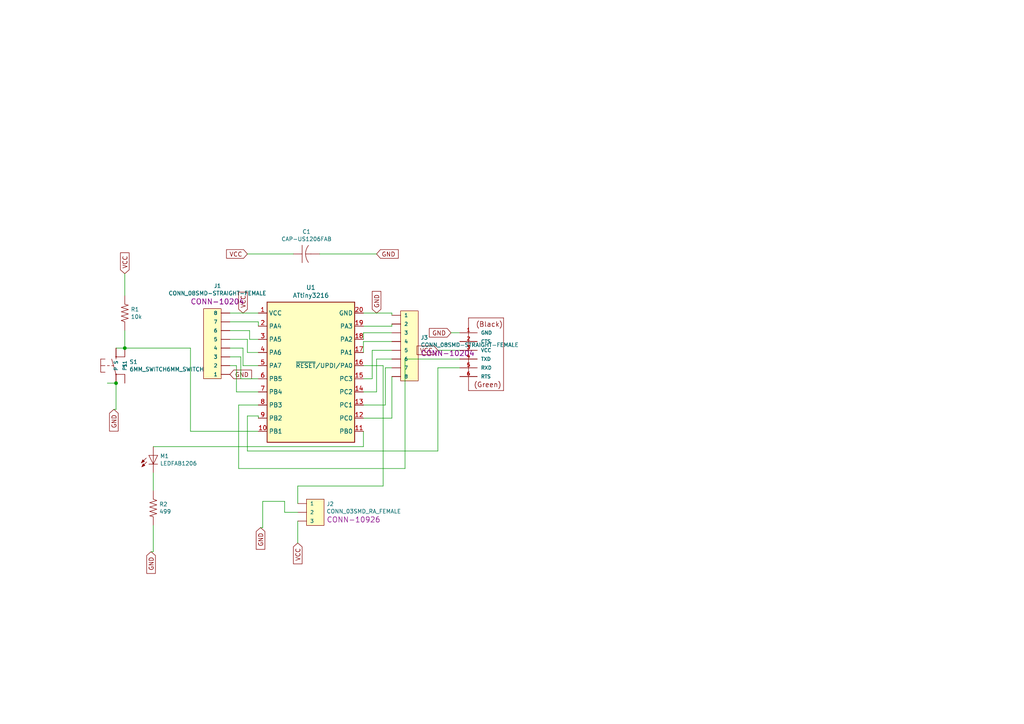
<source format=kicad_sch>
(kicad_sch (version 20211123) (generator eeschema)

  (uuid c70d9ef3-bfeb-47e0-a1e1-9aeba3da7864)

  (paper "A4")

  (lib_symbols
    (symbol "SparkFun-Connectors:CONN_03SMD_RA_FEMALE" (pin_numbers hide) (pin_names (offset 1.016)) (in_bom yes) (on_board yes)
      (property "Reference" "J" (id 0) (at -5.08 7.62 0)
        (effects (font (size 1.143 1.143)) (justify left bottom))
      )
      (property "Value" "SparkFun-Connectors_CONN_03SMD_RA_FEMALE" (id 1) (at -5.08 -3.81 0)
        (effects (font (size 1.143 1.143)) (justify left bottom))
      )
      (property "Footprint" "1X03_SMD_RA_FEMALE" (id 2) (at 0 10.16 0)
        (effects (font (size 0.508 0.508)) hide)
      )
      (property "Datasheet" "" (id 3) (at 0 0 0)
        (effects (font (size 1.27 1.27)) hide)
      )
      (property "Field4" "CONN-10926" (id 4) (at 0 11.43 0)
        (effects (font (size 1.524 1.524)))
      )
      (property "ki_locked" "" (id 5) (at 0 0 0)
        (effects (font (size 1.27 1.27)))
      )
      (property "ki_fp_filters" "*1X03_SMD_RA_FEMALE*" (id 6) (at 0 0 0)
        (effects (font (size 1.27 1.27)) hide)
      )
      (symbol "CONN_03SMD_RA_FEMALE_0_1"
        (rectangle (start 0 -1.27) (end -5.08 6.35)
          (stroke (width 0) (type default) (color 0 0 0 0))
          (fill (type background))
        )
      )
      (symbol "CONN_03SMD_RA_FEMALE_1_1"
        (pin passive line (at 2.54 0 180) (length 2.54)
          (name "1" (effects (font (size 1.016 1.016))))
          (number "1" (effects (font (size 1.016 1.016))))
        )
        (pin passive line (at 2.54 2.54 180) (length 2.54)
          (name "2" (effects (font (size 1.016 1.016))))
          (number "2" (effects (font (size 1.016 1.016))))
        )
        (pin passive line (at 2.54 5.08 180) (length 2.54)
          (name "3" (effects (font (size 1.016 1.016))))
          (number "3" (effects (font (size 1.016 1.016))))
        )
      )
    )
    (symbol "SparkFun-Connectors:CONN_08SMD-STRAIGHT-FEMALE" (pin_numbers hide) (pin_names (offset 1.016)) (in_bom yes) (on_board yes)
      (property "Reference" "J" (id 0) (at -5.08 20.32 0)
        (effects (font (size 1.143 1.143)) (justify left bottom))
      )
      (property "Value" "SparkFun-Connectors_CONN_08SMD-STRAIGHT-FEMALE" (id 1) (at -5.08 -3.81 0)
        (effects (font (size 1.143 1.143)) (justify left bottom))
      )
      (property "Footprint" "1X08_SMD" (id 2) (at 0 22.86 0)
        (effects (font (size 0.508 0.508)) hide)
      )
      (property "Datasheet" "" (id 3) (at 0 0 0)
        (effects (font (size 1.27 1.27)) hide)
      )
      (property "Field4" "CONN-10204" (id 4) (at 0 24.13 0)
        (effects (font (size 1.524 1.524)))
      )
      (property "ki_locked" "" (id 5) (at 0 0 0)
        (effects (font (size 1.27 1.27)))
      )
      (property "ki_fp_filters" "*1X08_SMD*" (id 6) (at 0 0 0)
        (effects (font (size 1.27 1.27)) hide)
      )
      (symbol "CONN_08SMD-STRAIGHT-FEMALE_0_1"
        (rectangle (start 0 -1.27) (end -5.08 19.05)
          (stroke (width 0) (type default) (color 0 0 0 0))
          (fill (type background))
        )
      )
      (symbol "CONN_08SMD-STRAIGHT-FEMALE_1_1"
        (pin passive line (at 2.54 0 180) (length 2.54)
          (name "1" (effects (font (size 1.016 1.016))))
          (number "1" (effects (font (size 1.016 1.016))))
        )
        (pin passive line (at 2.54 2.54 180) (length 2.54)
          (name "2" (effects (font (size 1.016 1.016))))
          (number "2" (effects (font (size 1.016 1.016))))
        )
        (pin passive line (at 2.54 5.08 180) (length 2.54)
          (name "3" (effects (font (size 1.016 1.016))))
          (number "3" (effects (font (size 1.016 1.016))))
        )
        (pin passive line (at 2.54 7.62 180) (length 2.54)
          (name "4" (effects (font (size 1.016 1.016))))
          (number "4" (effects (font (size 1.016 1.016))))
        )
        (pin passive line (at 2.54 10.16 180) (length 2.54)
          (name "5" (effects (font (size 1.016 1.016))))
          (number "5" (effects (font (size 1.016 1.016))))
        )
        (pin passive line (at 2.54 12.7 180) (length 2.54)
          (name "6" (effects (font (size 1.016 1.016))))
          (number "6" (effects (font (size 1.016 1.016))))
        )
        (pin passive line (at 2.54 15.24 180) (length 2.54)
          (name "7" (effects (font (size 1.016 1.016))))
          (number "7" (effects (font (size 1.016 1.016))))
        )
        (pin passive line (at 2.54 17.78 180) (length 2.54)
          (name "8" (effects (font (size 1.016 1.016))))
          (number "8" (effects (font (size 1.016 1.016))))
        )
      )
    )
    (symbol "fab:6MM_SWITCH6MM_SWITCH" (pin_numbers hide) (pin_names (offset 1.016)) (in_bom yes) (on_board yes)
      (property "Reference" "S" (id 0) (at -7.239 -2.54 90)
        (effects (font (size 1.143 1.143)) (justify left bottom))
      )
      (property "Value" "fab_6MM_SWITCH6MM_SWITCH" (id 1) (at -4.699 3.175 90)
        (effects (font (size 1.143 1.143)) (justify left bottom))
      )
      (property "Footprint" "fab:fab-6MM_SWITCH" (id 2) (at 0.762 3.81 0)
        (effects (font (size 0.508 0.508)) hide)
      )
      (property "Datasheet" "" (id 3) (at 0 0 0)
        (effects (font (size 1.27 1.27)) hide)
      )
      (property "ki_locked" "" (id 4) (at 0 0 0)
        (effects (font (size 1.27 1.27)))
      )
      (property "ki_fp_filters" "*6MM_SWITCH*" (id 5) (at 0 0 0)
        (effects (font (size 1.27 1.27)) hide)
      )
      (symbol "6MM_SWITCH6MM_SWITCH_1_0"
        (polyline
          (pts
            (xy -4.445 -1.905)
            (xy -3.175 -1.905)
          )
          (stroke (width 0) (type default) (color 0 0 0 0))
          (fill (type none))
        )
        (polyline
          (pts
            (xy -4.445 0)
            (xy -4.445 -1.905)
          )
          (stroke (width 0) (type default) (color 0 0 0 0))
          (fill (type none))
        )
        (polyline
          (pts
            (xy -4.445 0)
            (xy -3.175 0)
          )
          (stroke (width 0) (type default) (color 0 0 0 0))
          (fill (type none))
        )
        (polyline
          (pts
            (xy -4.445 1.905)
            (xy -4.445 0)
          )
          (stroke (width 0) (type default) (color 0 0 0 0))
          (fill (type none))
        )
        (polyline
          (pts
            (xy -4.445 1.905)
            (xy -3.175 1.905)
          )
          (stroke (width 0) (type default) (color 0 0 0 0))
          (fill (type none))
        )
        (polyline
          (pts
            (xy -2.54 0)
            (xy -1.905 0)
          )
          (stroke (width 0) (type default) (color 0 0 0 0))
          (fill (type none))
        )
        (polyline
          (pts
            (xy -1.27 0)
            (xy -0.635 0)
          )
          (stroke (width 0) (type default) (color 0 0 0 0))
          (fill (type none))
        )
        (polyline
          (pts
            (xy 0 -2.54)
            (xy -1.27 1.905)
          )
          (stroke (width 0) (type default) (color 0 0 0 0))
          (fill (type none))
        )
        (polyline
          (pts
            (xy 0 1.905)
            (xy 0 2.54)
          )
          (stroke (width 0) (type default) (color 0 0 0 0))
          (fill (type none))
        )
        (polyline
          (pts
            (xy 2.54 -2.54)
            (xy 0 -2.54)
          )
          (stroke (width 0) (type default) (color 0 0 0 0))
          (fill (type none))
        )
        (polyline
          (pts
            (xy 2.54 2.54)
            (xy 0 2.54)
          )
          (stroke (width 0) (type default) (color 0 0 0 0))
          (fill (type none))
        )
      )
      (symbol "6MM_SWITCH6MM_SWITCH_1_1"
        (circle (center 0 -2.54) (radius 0.127)
          (stroke (width 0) (type default) (color 0 0 0 0))
          (fill (type outline))
        )
        (circle (center 0 2.54) (radius 0.127)
          (stroke (width 0) (type default) (color 0 0 0 0))
          (fill (type outline))
        )
        (pin passive line (at 0 -5.08 90) (length 2.54)
          (name "P" (effects (font (size 1.016 1.016))))
          (number "1" (effects (font (size 1.016 1.016))))
        )
        (pin passive line (at 2.54 -5.08 90) (length 2.54)
          (name "P1" (effects (font (size 1.016 1.016))))
          (number "2" (effects (font (size 1.016 1.016))))
        )
        (pin passive line (at 0 5.08 270) (length 2.54)
          (name "S" (effects (font (size 1.016 1.016))))
          (number "3" (effects (font (size 1.016 1.016))))
        )
        (pin passive line (at 2.54 5.08 270) (length 2.54)
          (name "S1" (effects (font (size 1.016 1.016))))
          (number "4" (effects (font (size 1.016 1.016))))
        )
      )
    )
    (symbol "fab:ATtiny3216" (in_bom yes) (on_board yes)
      (property "Reference" "U" (id 0) (at 0 22.225 0)
        (effects (font (size 1.27 1.27)) (justify bottom))
      )
      (property "Value" "fab_ATtiny3216" (id 1) (at 0 -22.225 0)
        (effects (font (size 1.27 1.27)) (justify top))
      )
      (property "Footprint" "fab:fab-SOIC-20_7.5x12.8mm_P1.27mm" (id 2) (at 0 0 0)
        (effects (font (size 1.27 1.27) italic) hide)
      )
      (property "Datasheet" "" (id 3) (at 0 0 0)
        (effects (font (size 1.27 1.27)) hide)
      )
      (property "ki_fp_filters" "SOIC*7.5x12.8mm*P1.27mm*" (id 4) (at 0 0 0)
        (effects (font (size 1.27 1.27)) hide)
      )
      (symbol "ATtiny3216_0_1"
        (rectangle (start -12.7 -20.32) (end 12.7 20.32)
          (stroke (width 0.254) (type default) (color 0 0 0 0))
          (fill (type background))
        )
      )
      (symbol "ATtiny3216_1_1"
        (pin power_in line (at -15.24 17.145 0) (length 2.54)
          (name "VCC" (effects (font (size 1.27 1.27))))
          (number "1" (effects (font (size 1.27 1.27))))
        )
        (pin bidirectional line (at -15.24 -17.145 0) (length 2.54)
          (name "PB1" (effects (font (size 1.27 1.27))))
          (number "10" (effects (font (size 1.27 1.27))))
        )
        (pin bidirectional line (at 15.24 -17.145 180) (length 2.54)
          (name "PB0" (effects (font (size 1.27 1.27))))
          (number "11" (effects (font (size 1.27 1.27))))
        )
        (pin bidirectional line (at 15.24 -13.335 180) (length 2.54)
          (name "PC0" (effects (font (size 1.27 1.27))))
          (number "12" (effects (font (size 1.27 1.27))))
        )
        (pin bidirectional line (at 15.24 -9.525 180) (length 2.54)
          (name "PC1" (effects (font (size 1.27 1.27))))
          (number "13" (effects (font (size 1.27 1.27))))
        )
        (pin bidirectional line (at 15.24 -5.715 180) (length 2.54)
          (name "PC2" (effects (font (size 1.27 1.27))))
          (number "14" (effects (font (size 1.27 1.27))))
        )
        (pin bidirectional line (at 15.24 -1.905 180) (length 2.54)
          (name "PC3" (effects (font (size 1.27 1.27))))
          (number "15" (effects (font (size 1.27 1.27))))
        )
        (pin bidirectional line (at 15.24 1.905 180) (length 2.54)
          (name "~{RESET}/UPDI/PA0" (effects (font (size 1.27 1.27))))
          (number "16" (effects (font (size 1.27 1.27))))
        )
        (pin bidirectional line (at 15.24 5.715 180) (length 2.54)
          (name "PA1" (effects (font (size 1.27 1.27))))
          (number "17" (effects (font (size 1.27 1.27))))
        )
        (pin bidirectional line (at 15.24 9.525 180) (length 2.54)
          (name "PA2" (effects (font (size 1.27 1.27))))
          (number "18" (effects (font (size 1.27 1.27))))
        )
        (pin bidirectional line (at 15.24 13.335 180) (length 2.54)
          (name "PA3" (effects (font (size 1.27 1.27))))
          (number "19" (effects (font (size 1.27 1.27))))
        )
        (pin bidirectional line (at -15.24 13.335 0) (length 2.54)
          (name "PA4" (effects (font (size 1.27 1.27))))
          (number "2" (effects (font (size 1.27 1.27))))
        )
        (pin power_in line (at 15.24 17.145 180) (length 2.54)
          (name "GND" (effects (font (size 1.27 1.27))))
          (number "20" (effects (font (size 1.27 1.27))))
        )
        (pin bidirectional line (at -15.24 9.525 0) (length 2.54)
          (name "PA5" (effects (font (size 1.27 1.27))))
          (number "3" (effects (font (size 1.27 1.27))))
        )
        (pin bidirectional line (at -15.24 5.715 0) (length 2.54)
          (name "PA6" (effects (font (size 1.27 1.27))))
          (number "4" (effects (font (size 1.27 1.27))))
        )
        (pin bidirectional line (at -15.24 1.905 0) (length 2.54)
          (name "PA7" (effects (font (size 1.27 1.27))))
          (number "5" (effects (font (size 1.27 1.27))))
        )
        (pin bidirectional line (at -15.24 -1.905 0) (length 2.54)
          (name "PB5" (effects (font (size 1.27 1.27))))
          (number "6" (effects (font (size 1.27 1.27))))
        )
        (pin bidirectional line (at -15.24 -5.715 0) (length 2.54)
          (name "PB4" (effects (font (size 1.27 1.27))))
          (number "7" (effects (font (size 1.27 1.27))))
        )
        (pin bidirectional line (at -15.24 -9.525 0) (length 2.54)
          (name "PB3" (effects (font (size 1.27 1.27))))
          (number "8" (effects (font (size 1.27 1.27))))
        )
        (pin bidirectional line (at -15.24 -13.335 0) (length 2.54)
          (name "PB2" (effects (font (size 1.27 1.27))))
          (number "9" (effects (font (size 1.27 1.27))))
        )
      )
    )
    (symbol "fab:CAP-US1206FAB" (pin_numbers hide) (pin_names (offset 1.016) hide) (in_bom yes) (on_board yes)
      (property "Reference" "C" (id 0) (at -1.27 3.175 0)
        (effects (font (size 1.143 1.143)) (justify left bottom))
      )
      (property "Value" "fab_CAP-US1206FAB" (id 1) (at -1.27 -5.08 0)
        (effects (font (size 1.143 1.143)) (justify left bottom))
      )
      (property "Footprint" "fab:fab-C1206FAB" (id 2) (at 0.762 3.81 0)
        (effects (font (size 0.508 0.508)) hide)
      )
      (property "Datasheet" "" (id 3) (at 0 0 0)
        (effects (font (size 1.27 1.27)) hide)
      )
      (property "ki_locked" "" (id 4) (at 0 0 0)
        (effects (font (size 1.27 1.27)))
      )
      (property "ki_fp_filters" "*C1206FAB*" (id 5) (at 0 0 0)
        (effects (font (size 1.27 1.27)) hide)
      )
      (symbol "CAP-US1206FAB_1_0"
        (polyline
          (pts
            (xy 0 -2.54)
            (xy 0 2.54)
          )
          (stroke (width 0) (type default) (color 0 0 0 0))
          (fill (type none))
        )
        (polyline
          (pts
            (xy 1.016 0)
            (xy 2.54 0)
          )
          (stroke (width 0) (type default) (color 0 0 0 0))
          (fill (type none))
        )
      )
      (symbol "CAP-US1206FAB_1_1"
        (arc (start 1.016 0) (mid 1.2278 -1.2947) (end 1.8288 -2.4638)
          (stroke (width 0) (type default) (color 0 0 0 0))
          (fill (type none))
        )
        (arc (start 1.8542 2.4892) (mid 1.2157 1.3167) (end 0.9906 0)
          (stroke (width 0) (type default) (color 0 0 0 0))
          (fill (type none))
        )
        (pin passive line (at -2.54 0 0) (length 2.54)
          (name "1" (effects (font (size 1.016 1.016))))
          (number "1" (effects (font (size 1.016 1.016))))
        )
        (pin passive line (at 5.08 0 180) (length 2.54)
          (name "2" (effects (font (size 1.016 1.016))))
          (number "2" (effects (font (size 1.016 1.016))))
        )
      )
    )
    (symbol "fab:FTDI-SMD-HEADER" (pin_names (offset 1.016)) (in_bom yes) (on_board yes)
      (property "Reference" "M" (id 0) (at 0 0 0)
        (effects (font (size 1.143 1.143)) hide)
      )
      (property "Value" "fab_FTDI-SMD-HEADER" (id 1) (at 0 0 0)
        (effects (font (size 1.143 1.143)) hide)
      )
      (property "Footprint" "fab:fab-1X06SMD" (id 2) (at 0.762 3.81 0)
        (effects (font (size 0.508 0.508)) hide)
      )
      (property "Datasheet" "" (id 3) (at 0 0 0)
        (effects (font (size 1.27 1.27)) hide)
      )
      (property "ki_locked" "" (id 4) (at 0 0 0)
        (effects (font (size 1.27 1.27)))
      )
      (property "ki_fp_filters" "*1X06SMD*" (id 5) (at 0 0 0)
        (effects (font (size 1.27 1.27)) hide)
      )
      (symbol "FTDI-SMD-HEADER_1_0"
        (polyline
          (pts
            (xy 2.54 -4.064)
            (xy 12.7 -4.064)
          )
          (stroke (width 0) (type default) (color 0 0 0 0))
          (fill (type none))
        )
        (polyline
          (pts
            (xy 2.54 17.018)
            (xy 2.54 -4.064)
          )
          (stroke (width 0) (type default) (color 0 0 0 0))
          (fill (type none))
        )
        (polyline
          (pts
            (xy 12.7 -4.064)
            (xy 12.7 17.018)
          )
          (stroke (width 0) (type default) (color 0 0 0 0))
          (fill (type none))
        )
        (polyline
          (pts
            (xy 12.7 17.018)
            (xy 2.54 17.018)
          )
          (stroke (width 0) (type default) (color 0 0 0 0))
          (fill (type none))
        )
        (text "(Black)" (at 8.5852 15.1892 0)
          (effects (font (size 1.4224 1.4224)))
        )
        (text "(Green)" (at 8.0772 -2.3368 0)
          (effects (font (size 1.4224 1.4224)))
        )
      )
      (symbol "FTDI-SMD-HEADER_1_1"
        (pin bidirectional line (at 0 12.7 0) (length 5.08)
          (name "GND" (effects (font (size 1.016 1.016))))
          (number "1" (effects (font (size 1.016 1.016))))
        )
        (pin bidirectional line (at 0 10.16 0) (length 5.08)
          (name "CTS" (effects (font (size 1.016 1.016))))
          (number "2" (effects (font (size 1.016 1.016))))
        )
        (pin bidirectional line (at 0 7.62 0) (length 5.08)
          (name "VCC" (effects (font (size 1.016 1.016))))
          (number "3" (effects (font (size 1.016 1.016))))
        )
        (pin bidirectional line (at 0 5.08 0) (length 5.08)
          (name "TXD" (effects (font (size 1.016 1.016))))
          (number "4" (effects (font (size 1.016 1.016))))
        )
        (pin bidirectional line (at 0 2.54 0) (length 5.08)
          (name "RXD" (effects (font (size 1.016 1.016))))
          (number "5" (effects (font (size 1.016 1.016))))
        )
        (pin bidirectional line (at 0 0 0) (length 5.08)
          (name "RTS" (effects (font (size 1.016 1.016))))
          (number "6" (effects (font (size 1.016 1.016))))
        )
      )
    )
    (symbol "fab:LEDFAB1206" (pin_numbers hide) (pin_names (offset 1.016) hide) (in_bom yes) (on_board yes)
      (property "Reference" "M" (id 0) (at 2.667 -2.032 90)
        (effects (font (size 1.143 1.143)) (justify left bottom))
      )
      (property "Value" "fab_LEDFAB1206" (id 1) (at 4.826 -2.032 90)
        (effects (font (size 1.143 1.143)) (justify left bottom))
      )
      (property "Footprint" "fab:fab-LED1206FAB" (id 2) (at 0.762 3.81 0)
        (effects (font (size 0.508 0.508)) hide)
      )
      (property "Datasheet" "" (id 3) (at 0 0 0)
        (effects (font (size 1.27 1.27)) hide)
      )
      (property "ki_locked" "" (id 4) (at 0 0 0)
        (effects (font (size 1.27 1.27)))
      )
      (property "ki_fp_filters" "*LED1206FAB*" (id 5) (at 0 0 0)
        (effects (font (size 1.27 1.27)) hide)
      )
      (symbol "LEDFAB1206_1_0"
        (polyline
          (pts
            (xy -2.032 1.778)
            (xy -3.429 0.381)
          )
          (stroke (width 0) (type default) (color 0 0 0 0))
          (fill (type none))
        )
        (polyline
          (pts
            (xy -1.905 0.635)
            (xy -3.302 -0.762)
          )
          (stroke (width 0) (type default) (color 0 0 0 0))
          (fill (type none))
        )
        (polyline
          (pts
            (xy 0 0)
            (xy -1.27 0)
          )
          (stroke (width 0) (type default) (color 0 0 0 0))
          (fill (type none))
        )
        (polyline
          (pts
            (xy 0 0)
            (xy -1.27 2.54)
          )
          (stroke (width 0) (type default) (color 0 0 0 0))
          (fill (type none))
        )
        (polyline
          (pts
            (xy 0 2.54)
            (xy -1.27 2.54)
          )
          (stroke (width 0) (type default) (color 0 0 0 0))
          (fill (type none))
        )
        (polyline
          (pts
            (xy 0 2.54)
            (xy 0 0)
          )
          (stroke (width 0) (type default) (color 0 0 0 0))
          (fill (type none))
        )
        (polyline
          (pts
            (xy 1.27 0)
            (xy 0 0)
          )
          (stroke (width 0) (type default) (color 0 0 0 0))
          (fill (type none))
        )
        (polyline
          (pts
            (xy 1.27 2.54)
            (xy 0 0)
          )
          (stroke (width 0) (type default) (color 0 0 0 0))
          (fill (type none))
        )
        (polyline
          (pts
            (xy 1.27 2.54)
            (xy 0 2.54)
          )
          (stroke (width 0) (type default) (color 0 0 0 0))
          (fill (type none))
        )
      )
      (symbol "LEDFAB1206_1_1"
        (polyline
          (pts
            (xy -3.429 0.381)
            (xy -3.048 1.27)
            (xy -3.048 1.27)
            (xy -2.54 0.762)
            (xy -2.54 0.762)
            (xy -3.429 0.381)
          )
          (stroke (width 0) (type default) (color 0 0 0 0))
          (fill (type outline))
        )
        (polyline
          (pts
            (xy -3.302 -0.762)
            (xy -2.921 0.127)
            (xy -2.921 0.127)
            (xy -2.413 -0.381)
            (xy -2.413 -0.381)
            (xy -3.302 -0.762)
          )
          (stroke (width 0) (type default) (color 0 0 0 0))
          (fill (type outline))
        )
        (pin passive line (at 0 5.08 270) (length 2.54)
          (name "A" (effects (font (size 1.016 1.016))))
          (number "1" (effects (font (size 1.016 1.016))))
        )
        (pin passive line (at 0 -2.54 90) (length 2.54)
          (name "C" (effects (font (size 1.016 1.016))))
          (number "2" (effects (font (size 1.016 1.016))))
        )
      )
    )
    (symbol "fab:RES-US1206FAB" (pin_numbers hide) (pin_names (offset 1.016) hide) (in_bom yes) (on_board yes)
      (property "Reference" "R" (id 0) (at -3.81 1.4986 0)
        (effects (font (size 1.143 1.143)) (justify left bottom))
      )
      (property "Value" "fab_RES-US1206FAB" (id 1) (at -3.81 -3.302 0)
        (effects (font (size 1.143 1.143)) (justify left bottom))
      )
      (property "Footprint" "fab:fab-R1206FAB" (id 2) (at 0.762 3.81 0)
        (effects (font (size 0.508 0.508)) hide)
      )
      (property "Datasheet" "" (id 3) (at 0 0 0)
        (effects (font (size 1.27 1.27)) hide)
      )
      (property "ki_locked" "" (id 4) (at 0 0 0)
        (effects (font (size 1.27 1.27)))
      )
      (property "ki_fp_filters" "*R1206FAB*" (id 5) (at 0 0 0)
        (effects (font (size 1.27 1.27)) hide)
      )
      (symbol "RES-US1206FAB_1_0"
        (polyline
          (pts
            (xy -2.54 0)
            (xy -2.159 1.016)
          )
          (stroke (width 0) (type default) (color 0 0 0 0))
          (fill (type none))
        )
        (polyline
          (pts
            (xy -2.159 1.016)
            (xy -1.524 -1.016)
          )
          (stroke (width 0) (type default) (color 0 0 0 0))
          (fill (type none))
        )
        (polyline
          (pts
            (xy -1.524 -1.016)
            (xy -0.889 1.016)
          )
          (stroke (width 0) (type default) (color 0 0 0 0))
          (fill (type none))
        )
        (polyline
          (pts
            (xy -0.889 1.016)
            (xy -0.254 -1.016)
          )
          (stroke (width 0) (type default) (color 0 0 0 0))
          (fill (type none))
        )
        (polyline
          (pts
            (xy -0.254 -1.016)
            (xy 0.381 1.016)
          )
          (stroke (width 0) (type default) (color 0 0 0 0))
          (fill (type none))
        )
        (polyline
          (pts
            (xy 0.381 1.016)
            (xy 1.016 -1.016)
          )
          (stroke (width 0) (type default) (color 0 0 0 0))
          (fill (type none))
        )
        (polyline
          (pts
            (xy 1.016 -1.016)
            (xy 1.651 1.016)
          )
          (stroke (width 0) (type default) (color 0 0 0 0))
          (fill (type none))
        )
        (polyline
          (pts
            (xy 1.651 1.016)
            (xy 2.286 -1.016)
          )
          (stroke (width 0) (type default) (color 0 0 0 0))
          (fill (type none))
        )
        (polyline
          (pts
            (xy 2.286 -1.016)
            (xy 2.54 0)
          )
          (stroke (width 0) (type default) (color 0 0 0 0))
          (fill (type none))
        )
      )
      (symbol "RES-US1206FAB_1_1"
        (pin passive line (at -5.08 0 0) (length 2.54)
          (name "1" (effects (font (size 1.016 1.016))))
          (number "1" (effects (font (size 1.016 1.016))))
        )
        (pin passive line (at 5.08 0 180) (length 2.54)
          (name "2" (effects (font (size 1.016 1.016))))
          (number "2" (effects (font (size 1.016 1.016))))
        )
      )
    )
  )

  (junction (at 36.195 100.965) (diameter 0) (color 0 0 0 0)
    (uuid 3b838d52-596d-4e4d-a6ac-e4c8e7621137)
  )
  (junction (at 33.655 111.125) (diameter 0) (color 0 0 0 0)
    (uuid 749dfe75-c0d6-4872-9330-29c5bbcb8ff8)
  )

  (wire (pts (xy 109.22 113.665) (xy 105.41 113.665))
    (stroke (width 0) (type default) (color 0 0 0 0))
    (uuid 003c2200-0632-4808-a662-8ddd5d30c768)
  )
  (wire (pts (xy 66.675 98.425) (xy 71.755 98.425))
    (stroke (width 0) (type default) (color 0 0 0 0))
    (uuid 0217dfc4-fc13-4699-99ad-d9948522648e)
  )
  (wire (pts (xy 113.665 101.6) (xy 107.95 101.6))
    (stroke (width 0) (type default) (color 0 0 0 0))
    (uuid 08a7c925-7fae-4530-b0c9-120e185cb318)
  )
  (wire (pts (xy 82.55 145.415) (xy 82.55 148.59))
    (stroke (width 0) (type default) (color 0 0 0 0))
    (uuid 0eaa98f0-9565-4637-ace3-42a5231b07f7)
  )
  (wire (pts (xy 74.93 120.65) (xy 74.93 121.285))
    (stroke (width 0) (type default) (color 0 0 0 0))
    (uuid 127679a9-3981-4934-815e-896a4e3ff56e)
  )
  (wire (pts (xy 82.55 148.59) (xy 86.36 148.59))
    (stroke (width 0) (type default) (color 0 0 0 0))
    (uuid 181abe7a-f941-42b6-bd46-aaa3131f90fb)
  )
  (wire (pts (xy 70.485 106.045) (xy 70.485 100.965))
    (stroke (width 0) (type default) (color 0 0 0 0))
    (uuid 1d9cdadc-9036-4a95-b6db-fa7b3b74c869)
  )
  (wire (pts (xy 55.245 125.095) (xy 74.93 125.095))
    (stroke (width 0) (type default) (color 0 0 0 0))
    (uuid 1e1b062d-fad0-427c-a622-c5b8a80b5268)
  )
  (wire (pts (xy 109.22 104.14) (xy 109.22 113.665))
    (stroke (width 0) (type default) (color 0 0 0 0))
    (uuid 240e07e1-770b-4b27-894f-29fd601c924d)
  )
  (wire (pts (xy 70.485 106.045) (xy 74.93 106.045))
    (stroke (width 0) (type default) (color 0 0 0 0))
    (uuid 24f7628d-681d-4f0e-8409-40a129e929d9)
  )
  (wire (pts (xy 105.41 125.095) (xy 105.41 129.54))
    (stroke (width 0) (type default) (color 0 0 0 0))
    (uuid 29e78086-2175-405e-9ba3-c48766d2f50c)
  )
  (wire (pts (xy 127 130.81) (xy 127 106.68))
    (stroke (width 0) (type default) (color 0 0 0 0))
    (uuid 2d210a96-f81f-42a9-8bf4-1b43c11086f3)
  )
  (wire (pts (xy 113.665 96.52) (xy 105.41 96.52))
    (stroke (width 0) (type default) (color 0 0 0 0))
    (uuid 2d6db888-4e40-41c8-b701-07170fc894bc)
  )
  (wire (pts (xy 74.93 98.425) (xy 72.39 98.425))
    (stroke (width 0) (type default) (color 0 0 0 0))
    (uuid 2f215f15-3d52-4c91-93e6-3ea03a95622f)
  )
  (wire (pts (xy 36.195 100.965) (xy 36.195 95.885))
    (stroke (width 0) (type default) (color 0 0 0 0))
    (uuid 30f15357-ce1d-48b9-93dc-7d9b1b2aa048)
  )
  (wire (pts (xy 105.41 90.805) (xy 113.665 90.805))
    (stroke (width 0) (type default) (color 0 0 0 0))
    (uuid 31e08896-1992-4725-96d9-9d2728bca7a3)
  )
  (wire (pts (xy 70.485 100.965) (xy 66.675 100.965))
    (stroke (width 0) (type default) (color 0 0 0 0))
    (uuid 3a7648d8-121a-4921-9b92-9b35b76ce39b)
  )
  (wire (pts (xy 66.675 103.505) (xy 69.85 103.505))
    (stroke (width 0) (type default) (color 0 0 0 0))
    (uuid 3e903008-0276-4a73-8edb-5d9dfde6297c)
  )
  (wire (pts (xy 68.58 113.665) (xy 68.58 106.045))
    (stroke (width 0) (type default) (color 0 0 0 0))
    (uuid 45008225-f50f-4d6b-b508-6730a9408caf)
  )
  (wire (pts (xy 85.09 73.66) (xy 71.755 73.66))
    (stroke (width 0) (type default) (color 0 0 0 0))
    (uuid 47baf4b1-0938-497d-88f9-671136aa8be7)
  )
  (wire (pts (xy 105.41 106.045) (xy 111.125 106.045))
    (stroke (width 0) (type default) (color 0 0 0 0))
    (uuid 48ab88d7-7084-4d02-b109-3ad55a30bb11)
  )
  (wire (pts (xy 107.95 101.6) (xy 107.95 109.855))
    (stroke (width 0) (type default) (color 0 0 0 0))
    (uuid 4a4ec8d9-3d72-4952-83d4-808f65849a2b)
  )
  (wire (pts (xy 74.93 120.65) (xy 71.755 120.65))
    (stroke (width 0) (type default) (color 0 0 0 0))
    (uuid 4c8eb964-bdf4-44de-90e9-e2ab82dd5313)
  )
  (wire (pts (xy 31.115 111.125) (xy 33.655 111.125))
    (stroke (width 0) (type default) (color 0 0 0 0))
    (uuid 4fb02e58-160a-4a39-9f22-d0c75e82ee72)
  )
  (wire (pts (xy 36.195 85.725) (xy 36.195 79.375))
    (stroke (width 0) (type default) (color 0 0 0 0))
    (uuid 5038e144-5119-49db-b6cf-f7c345f1cf03)
  )
  (wire (pts (xy 105.41 102.235) (xy 105.41 99.06))
    (stroke (width 0) (type default) (color 0 0 0 0))
    (uuid 5528bcad-2950-4673-90eb-c37e6952c475)
  )
  (wire (pts (xy 76.2 145.415) (xy 76.2 153.035))
    (stroke (width 0) (type default) (color 0 0 0 0))
    (uuid 5fc27c35-3e1c-4f96-817c-93b5570858a6)
  )
  (wire (pts (xy 74.93 93.345) (xy 74.93 94.615))
    (stroke (width 0) (type default) (color 0 0 0 0))
    (uuid 61fe293f-6808-4b7f-9340-9aaac7054a97)
  )
  (wire (pts (xy 113.665 121.285) (xy 105.41 121.285))
    (stroke (width 0) (type default) (color 0 0 0 0))
    (uuid 63ff1c93-3f96-4c33-b498-5dd8c33bccc0)
  )
  (wire (pts (xy 66.675 90.805) (xy 74.93 90.805))
    (stroke (width 0) (type default) (color 0 0 0 0))
    (uuid 6441b183-b8f2-458f-a23d-60e2b1f66dd6)
  )
  (wire (pts (xy 69.85 109.855) (xy 74.93 109.855))
    (stroke (width 0) (type default) (color 0 0 0 0))
    (uuid 6475547d-3216-45a4-a15c-48314f1dd0f9)
  )
  (wire (pts (xy 113.665 94.615) (xy 113.665 93.98))
    (stroke (width 0) (type default) (color 0 0 0 0))
    (uuid 66043bca-a260-4915-9fce-8a51d324c687)
  )
  (wire (pts (xy 33.655 118.745) (xy 33.02 118.745))
    (stroke (width 0) (type default) (color 0 0 0 0))
    (uuid 66116376-6967-4178-9f23-a26cdeafc400)
  )
  (wire (pts (xy 117.475 104.14) (xy 117.475 135.89))
    (stroke (width 0) (type default) (color 0 0 0 0))
    (uuid 666713b0-70f4-42df-8761-f65bc212d03b)
  )
  (wire (pts (xy 71.755 102.235) (xy 74.93 102.235))
    (stroke (width 0) (type default) (color 0 0 0 0))
    (uuid 6bfe5804-2ef9-4c65-b2a7-f01e4014370a)
  )
  (wire (pts (xy 133.35 104.14) (xy 117.475 104.14))
    (stroke (width 0) (type default) (color 0 0 0 0))
    (uuid 6c2e273e-743c-4f1e-a647-4171f8122550)
  )
  (wire (pts (xy 76.2 153.035) (xy 75.565 153.035))
    (stroke (width 0) (type default) (color 0 0 0 0))
    (uuid 6c9b793c-e74d-4754-a2c0-901e73b26f1c)
  )
  (wire (pts (xy 76.2 145.415) (xy 82.55 145.415))
    (stroke (width 0) (type default) (color 0 0 0 0))
    (uuid 704d6d51-bb34-4cbf-83d8-841e208048d8)
  )
  (wire (pts (xy 44.45 142.24) (xy 44.45 137.16))
    (stroke (width 0) (type default) (color 0 0 0 0))
    (uuid 716e31c5-485f-40b5-88e3-a75900da9811)
  )
  (wire (pts (xy 69.85 103.505) (xy 69.85 109.855))
    (stroke (width 0) (type default) (color 0 0 0 0))
    (uuid 75ffc65c-7132-4411-9f2a-ae0c73d79338)
  )
  (wire (pts (xy 109.22 73.66) (xy 92.71 73.66))
    (stroke (width 0) (type default) (color 0 0 0 0))
    (uuid 77ed3941-d133-4aef-a9af-5a39322d14eb)
  )
  (wire (pts (xy 69.215 117.475) (xy 74.93 117.475))
    (stroke (width 0) (type default) (color 0 0 0 0))
    (uuid 7aed3a71-054b-4aaa-9c0a-030523c32827)
  )
  (wire (pts (xy 105.41 96.52) (xy 105.41 98.425))
    (stroke (width 0) (type default) (color 0 0 0 0))
    (uuid 7bbf981c-a063-4e30-8911-e4228e1c0743)
  )
  (wire (pts (xy 117.475 135.89) (xy 69.215 135.89))
    (stroke (width 0) (type default) (color 0 0 0 0))
    (uuid 7dc880bc-e7eb-4cce-8d8c-0b65a9dd788e)
  )
  (wire (pts (xy 105.41 99.06) (xy 113.665 99.06))
    (stroke (width 0) (type default) (color 0 0 0 0))
    (uuid 7edc9030-db7b-43ac-a1b3-b87eeacb4c2d)
  )
  (wire (pts (xy 86.36 140.97) (xy 86.36 146.05))
    (stroke (width 0) (type default) (color 0 0 0 0))
    (uuid 8174b4de-74b1-48db-ab8e-c8432251095b)
  )
  (wire (pts (xy 105.41 94.615) (xy 113.665 94.615))
    (stroke (width 0) (type default) (color 0 0 0 0))
    (uuid 852dabbf-de45-4470-8176-59d37a754407)
  )
  (wire (pts (xy 74.93 113.665) (xy 68.58 113.665))
    (stroke (width 0) (type default) (color 0 0 0 0))
    (uuid 8c6a821f-8e19-48f3-8f44-9b340f7689bc)
  )
  (wire (pts (xy 72.39 98.425) (xy 72.39 95.885))
    (stroke (width 0) (type default) (color 0 0 0 0))
    (uuid 8da933a9-35f8-42e6-8504-d1bab7264306)
  )
  (wire (pts (xy 69.215 135.89) (xy 69.215 117.475))
    (stroke (width 0) (type default) (color 0 0 0 0))
    (uuid 9157f4ae-0244-4ff1-9f73-3cb4cbb5f280)
  )
  (wire (pts (xy 86.36 151.13) (xy 86.36 157.48))
    (stroke (width 0) (type default) (color 0 0 0 0))
    (uuid 9340c285-5767-42d5-8b6d-63fe2a40ddf3)
  )
  (wire (pts (xy 105.41 129.54) (xy 44.45 129.54))
    (stroke (width 0) (type default) (color 0 0 0 0))
    (uuid 94a873dc-af67-4ef9-8159-1f7c93eeb3d7)
  )
  (wire (pts (xy 111.76 117.475) (xy 105.41 117.475))
    (stroke (width 0) (type default) (color 0 0 0 0))
    (uuid 9b0a1687-7e1b-4a04-a30b-c27a072a2949)
  )
  (wire (pts (xy 71.755 130.81) (xy 127 130.81))
    (stroke (width 0) (type default) (color 0 0 0 0))
    (uuid 9bb20359-0f8b-45bc-9d38-6626ed3a939d)
  )
  (wire (pts (xy 113.665 109.22) (xy 113.665 121.285))
    (stroke (width 0) (type default) (color 0 0 0 0))
    (uuid 9e1b837f-0d34-4a18-9644-9ee68f141f46)
  )
  (wire (pts (xy 130.81 96.52) (xy 133.35 96.52))
    (stroke (width 0) (type default) (color 0 0 0 0))
    (uuid a1823eb2-fb0d-4ed8-8b96-04184ac3a9d5)
  )
  (wire (pts (xy 44.45 152.4) (xy 44.45 160.02))
    (stroke (width 0) (type default) (color 0 0 0 0))
    (uuid a3e4f0ae-9f86-49e9-b386-ed8b42e012fb)
  )
  (wire (pts (xy 68.58 106.045) (xy 66.675 106.045))
    (stroke (width 0) (type default) (color 0 0 0 0))
    (uuid a544eb0a-75db-4baf-bf54-9ca21744343b)
  )
  (wire (pts (xy 44.45 160.02) (xy 43.815 160.02))
    (stroke (width 0) (type default) (color 0 0 0 0))
    (uuid a690fc6c-55d9-47e6-b533-faa4b67e20f3)
  )
  (wire (pts (xy 71.755 120.65) (xy 71.755 130.81))
    (stroke (width 0) (type default) (color 0 0 0 0))
    (uuid aa14c3bd-4acc-4908-9d28-228585a22a9d)
  )
  (wire (pts (xy 113.665 90.805) (xy 113.665 91.44))
    (stroke (width 0) (type default) (color 0 0 0 0))
    (uuid b5352a33-563a-4ffe-a231-2e68fb54afa3)
  )
  (wire (pts (xy 66.675 93.345) (xy 74.93 93.345))
    (stroke (width 0) (type default) (color 0 0 0 0))
    (uuid b88717bd-086f-46cd-9d3f-0396009d0996)
  )
  (wire (pts (xy 72.39 95.885) (xy 66.675 95.885))
    (stroke (width 0) (type default) (color 0 0 0 0))
    (uuid bd5408e4-362d-4e43-9d39-78fb99eb52c8)
  )
  (wire (pts (xy 111.76 106.68) (xy 113.665 106.68))
    (stroke (width 0) (type default) (color 0 0 0 0))
    (uuid c01d25cd-f4bb-4ef3-b5ea-533a2a4ddb2b)
  )
  (wire (pts (xy 71.755 98.425) (xy 71.755 102.235))
    (stroke (width 0) (type default) (color 0 0 0 0))
    (uuid c0eca5ed-bc5e-4618-9bcd-80945bea41ed)
  )
  (wire (pts (xy 107.95 109.855) (xy 105.41 109.855))
    (stroke (width 0) (type default) (color 0 0 0 0))
    (uuid cbd8faed-e1f8-4406-87c8-58b2c504a5d4)
  )
  (wire (pts (xy 55.245 100.965) (xy 55.245 125.095))
    (stroke (width 0) (type default) (color 0 0 0 0))
    (uuid cbdcaa78-3bbc-413f-91bf-2709119373ce)
  )
  (wire (pts (xy 36.195 100.965) (xy 55.245 100.965))
    (stroke (width 0) (type default) (color 0 0 0 0))
    (uuid d8603679-3e7b-4337-8dbc-1827f5f54d8a)
  )
  (wire (pts (xy 33.655 100.965) (xy 36.195 100.965))
    (stroke (width 0) (type default) (color 0 0 0 0))
    (uuid e615f7aa-337e-474d-9615-2ad82b1c44ca)
  )
  (wire (pts (xy 127 106.68) (xy 133.35 106.68))
    (stroke (width 0) (type default) (color 0 0 0 0))
    (uuid e857610b-4434-4144-b04e-43c1ebdc5ceb)
  )
  (wire (pts (xy 33.655 111.125) (xy 33.655 118.745))
    (stroke (width 0) (type default) (color 0 0 0 0))
    (uuid eb667eea-300e-4ca7-8a6f-4b00de80cd45)
  )
  (wire (pts (xy 111.76 106.68) (xy 111.76 117.475))
    (stroke (width 0) (type default) (color 0 0 0 0))
    (uuid ee27d19c-8dca-4ac8-a760-6dfd54d28071)
  )
  (wire (pts (xy 113.665 104.14) (xy 109.22 104.14))
    (stroke (width 0) (type default) (color 0 0 0 0))
    (uuid f2c93195-af12-4d3e-acdf-bdd0ff675c24)
  )
  (wire (pts (xy 111.125 106.045) (xy 111.125 140.97))
    (stroke (width 0) (type default) (color 0 0 0 0))
    (uuid f71da641-16e6-4257-80c3-0b9d804fee4f)
  )
  (wire (pts (xy 111.125 140.97) (xy 86.36 140.97))
    (stroke (width 0) (type default) (color 0 0 0 0))
    (uuid fd470e95-4861-44fe-b1e4-6d8a7c66e144)
  )
  (wire (pts (xy 133.35 101.6) (xy 127 101.6))
    (stroke (width 0) (type default) (color 0 0 0 0))
    (uuid fe8d9267-7834-48d6-a191-c8724b2ee78d)
  )

  (global_label "VCC" (shape input) (at 71.755 73.66 180) (fields_autoplaced)
    (effects (font (size 1.27 1.27)) (justify right))
    (uuid 0b21a65d-d20b-411e-920a-75c343ac5136)
    (property "Intersheet References" "${INTERSHEET_REFS}" (id 0) (at 0 0 0)
      (effects (font (size 1.27 1.27)) hide)
    )
  )
  (global_label "GND" (shape input) (at 109.22 90.805 90) (fields_autoplaced)
    (effects (font (size 1.27 1.27)) (justify left))
    (uuid 12422a89-3d0c-485c-9386-f77121fd68fd)
    (property "Intersheet References" "${INTERSHEET_REFS}" (id 0) (at 0 0 0)
      (effects (font (size 1.27 1.27)) hide)
    )
  )
  (global_label "VCC" (shape input) (at 127 101.6 180) (fields_autoplaced)
    (effects (font (size 1.27 1.27)) (justify right))
    (uuid 1831fb37-1c5d-42c4-b898-151be6fca9dc)
    (property "Intersheet References" "${INTERSHEET_REFS}" (id 0) (at 0 0 0)
      (effects (font (size 1.27 1.27)) hide)
    )
  )
  (global_label "VCC" (shape input) (at 70.485 90.805 90) (fields_autoplaced)
    (effects (font (size 1.27 1.27)) (justify left))
    (uuid 1a6d2848-e78e-49fe-8978-e1890f07836f)
    (property "Intersheet References" "${INTERSHEET_REFS}" (id 0) (at 0 0 0)
      (effects (font (size 1.27 1.27)) hide)
    )
  )
  (global_label "GND" (shape input) (at 66.675 108.585 0) (fields_autoplaced)
    (effects (font (size 1.27 1.27)) (justify left))
    (uuid 40165eda-4ba6-4565-9bb4-b9df6dbb08da)
    (property "Intersheet References" "${INTERSHEET_REFS}" (id 0) (at 0 0 0)
      (effects (font (size 1.27 1.27)) hide)
    )
  )
  (global_label "GND" (shape input) (at 130.81 96.52 180) (fields_autoplaced)
    (effects (font (size 1.27 1.27)) (justify right))
    (uuid 6a45789b-3855-401f-8139-3c734f7f52f9)
    (property "Intersheet References" "${INTERSHEET_REFS}" (id 0) (at 0 0 0)
      (effects (font (size 1.27 1.27)) hide)
    )
  )
  (global_label "VCC" (shape input) (at 36.195 79.375 90) (fields_autoplaced)
    (effects (font (size 1.27 1.27)) (justify left))
    (uuid 87371631-aa02-498a-998a-09bdb74784c1)
    (property "Intersheet References" "${INTERSHEET_REFS}" (id 0) (at 0 0 0)
      (effects (font (size 1.27 1.27)) hide)
    )
  )
  (global_label "GND" (shape input) (at 43.815 160.02 270) (fields_autoplaced)
    (effects (font (size 1.27 1.27)) (justify right))
    (uuid ac264c30-3e9a-4be2-b97a-9949b68bd497)
    (property "Intersheet References" "${INTERSHEET_REFS}" (id 0) (at 0 0 0)
      (effects (font (size 1.27 1.27)) hide)
    )
  )
  (global_label "GND" (shape input) (at 75.565 153.035 270) (fields_autoplaced)
    (effects (font (size 1.27 1.27)) (justify right))
    (uuid c144caa5-b0d4-4cef-840a-d4ad178a2102)
    (property "Intersheet References" "${INTERSHEET_REFS}" (id 0) (at 0 0 0)
      (effects (font (size 1.27 1.27)) hide)
    )
  )
  (global_label "VCC" (shape input) (at 86.36 157.48 270) (fields_autoplaced)
    (effects (font (size 1.27 1.27)) (justify right))
    (uuid ce83728b-bebd-48c2-8734-b6a50d837931)
    (property "Intersheet References" "${INTERSHEET_REFS}" (id 0) (at 0 0 0)
      (effects (font (size 1.27 1.27)) hide)
    )
  )
  (global_label "GND" (shape input) (at 109.22 73.66 0) (fields_autoplaced)
    (effects (font (size 1.27 1.27)) (justify left))
    (uuid d57dcfee-5058-4fc2-a68b-05f9a48f685b)
    (property "Intersheet References" "${INTERSHEET_REFS}" (id 0) (at 0 0 0)
      (effects (font (size 1.27 1.27)) hide)
    )
  )
  (global_label "GND" (shape input) (at 33.02 118.745 270) (fields_autoplaced)
    (effects (font (size 1.27 1.27)) (justify right))
    (uuid ef8fe2ac-6a7f-4682-9418-b801a1b10a3b)
    (property "Intersheet References" "${INTERSHEET_REFS}" (id 0) (at 0 0 0)
      (effects (font (size 1.27 1.27)) hide)
    )
  )

  (symbol (lib_id "fab:ATtiny3216") (at 90.17 107.95 0) (unit 1)
    (in_bom yes) (on_board yes)
    (uuid 00000000-0000-0000-0000-00005fd1d43e)
    (property "Reference" "U1" (id 0) (at 90.17 83.3882 0))
    (property "Value" "ATtiny3216" (id 1) (at 90.17 85.6996 0))
    (property "Footprint" "fab:fab-SOIC-20_7.5x12.8mm_P1.27mm" (id 2) (at 90.17 107.95 0)
      (effects (font (size 1.27 1.27) italic) hide)
    )
    (property "Datasheet" "" (id 3) (at 90.17 107.95 0)
      (effects (font (size 1.27 1.27)) hide)
    )
    (pin "1" (uuid 0755aee5-bc01-4cb5-b830-583289df50a3))
    (pin "10" (uuid 4a21e717-d46d-4d9e-8b98-af4ecb02d3ec))
    (pin "11" (uuid ec31c074-17b2-48e1-ab01-071acad3fa04))
    (pin "12" (uuid 60dcd1fe-7079-4cb8-b509-04558ccf5097))
    (pin "13" (uuid c5eb1e4c-ce83-470e-8f32-e20ff1f886a3))
    (pin "14" (uuid 85b7594c-358f-454b-b2ad-dd0b1d67ed76))
    (pin "15" (uuid 16bd6381-8ac0-4bf2-9dce-ecc20c724b8d))
    (pin "16" (uuid a5cd8da1-8f7f-4f80-bb23-0317de562222))
    (pin "17" (uuid 4f66b314-0f62-4fb6-8c3c-f9c6a75cd3ec))
    (pin "18" (uuid 01e9b6e7-adf9-4ee7-9447-a588630ee4a2))
    (pin "19" (uuid ca87f11b-5f48-4b57-8535-68d3ec2fe5a9))
    (pin "2" (uuid 7d928d56-093a-4ca8-aed1-414b7e703b45))
    (pin "20" (uuid 8a650ebf-3f78-4ca4-a26b-a5028693e36d))
    (pin "3" (uuid 730b670c-9bcf-4dcd-9a8d-fcaa61fb0955))
    (pin "4" (uuid abe07c9a-17c3-43b5-b7a6-ae867ac27ea7))
    (pin "5" (uuid 0c3dceba-7c95-4b3d-b590-0eb581444beb))
    (pin "6" (uuid 965308c8-e014-459a-b9db-b8493a601c62))
    (pin "7" (uuid b1c649b1-f44d-46c7-9dea-818e75a1b87e))
    (pin "8" (uuid f3628265-0155-43e2-a467-c40ff783e265))
    (pin "9" (uuid 6595b9c7-02ee-4647-bde5-6b566e35163e))
  )

  (symbol (lib_id "fab:FTDI-SMD-HEADER") (at 133.35 109.22 0) (unit 1)
    (in_bom yes) (on_board yes)
    (uuid 00000000-0000-0000-0000-00005fd1e2a1)
    (property "Reference" "M2" (id 0) (at 133.35 109.22 0)
      (effects (font (size 1.143 1.143)) hide)
    )
    (property "Value" "FTDI-SMD-HEADER" (id 1) (at 133.35 109.22 0)
      (effects (font (size 1.143 1.143)) hide)
    )
    (property "Footprint" "fab:fab-1X06SMD" (id 2) (at 134.112 105.41 0)
      (effects (font (size 0.508 0.508)) hide)
    )
    (property "Datasheet" "" (id 3) (at 133.35 109.22 0)
      (effects (font (size 1.27 1.27)) hide)
    )
    (pin "1" (uuid 3a52f112-cb97-43db-aaeb-20afe27664d7))
    (pin "2" (uuid f4eb0267-179f-46c9-b516-9bfb06bac1ba))
    (pin "3" (uuid 8087f566-a94d-4bbc-985b-e49ee7762296))
    (pin "4" (uuid 98c78427-acd5-4f90-9ad6-9f61c4809aec))
    (pin "5" (uuid 65134029-dbd2-409a-85a8-13c2a33ff019))
    (pin "6" (uuid 7f2301df-e4bc-479e-a681-cc59c9a2dbbb))
  )

  (symbol (lib_id "fab:CAP-US1206FAB") (at 87.63 73.66 0) (unit 1)
    (in_bom yes) (on_board yes)
    (uuid 00000000-0000-0000-0000-00005fd1f9b2)
    (property "Reference" "C1" (id 0) (at 88.9 67.2084 0)
      (effects (font (size 1.143 1.143)))
    )
    (property "Value" "CAP-US1206FAB" (id 1) (at 88.9 69.342 0)
      (effects (font (size 1.143 1.143)))
    )
    (property "Footprint" "fab:fab-C1206FAB" (id 2) (at 88.392 69.85 0)
      (effects (font (size 0.508 0.508)) hide)
    )
    (property "Datasheet" "" (id 3) (at 87.63 73.66 0)
      (effects (font (size 1.27 1.27)) hide)
    )
    (pin "1" (uuid a17904b9-135e-4dae-ae20-401c7787de72))
    (pin "2" (uuid f202141e-c20d-4cac-b016-06a44f2ecce8))
  )

  (symbol (lib_id "SparkFun-Connectors:CONN_03SMD_RA_FEMALE") (at 88.9 146.05 180) (unit 1)
    (in_bom yes) (on_board yes)
    (uuid 00000000-0000-0000-0000-00005fd2019a)
    (property "Reference" "J2" (id 0) (at 94.6912 146.177 0)
      (effects (font (size 1.143 1.143)) (justify right))
    )
    (property "Value" "CONN_03SMD_RA_FEMALE" (id 1) (at 94.6912 148.3106 0)
      (effects (font (size 1.143 1.143)) (justify right))
    )
    (property "Footprint" "1X03_SMD_RA_FEMALE" (id 2) (at 88.9 156.21 0)
      (effects (font (size 0.508 0.508)) hide)
    )
    (property "Datasheet" "" (id 3) (at 88.9 146.05 0)
      (effects (font (size 1.27 1.27)) hide)
    )
    (property "Field4" "CONN-10926" (id 4) (at 94.6912 150.7236 0)
      (effects (font (size 1.524 1.524)) (justify right))
    )
    (pin "1" (uuid 477311b9-8f81-40c8-9c55-fd87e287247a))
    (pin "2" (uuid 097edb1b-8998-4e70-b670-bba125982348))
    (pin "3" (uuid 994b6220-4755-4d84-91b3-6122ac1c2c5e))
  )

  (symbol (lib_id "fab:RES-US1206FAB") (at 36.195 90.805 90) (unit 1)
    (in_bom yes) (on_board yes)
    (uuid 00000000-0000-0000-0000-00005fd20bd4)
    (property "Reference" "R1" (id 0) (at 37.9222 89.7382 90)
      (effects (font (size 1.143 1.143)) (justify right))
    )
    (property "Value" "10k" (id 1) (at 37.9222 91.8718 90)
      (effects (font (size 1.143 1.143)) (justify right))
    )
    (property "Footprint" "fab:fab-R1206FAB" (id 2) (at 32.385 90.043 0)
      (effects (font (size 0.508 0.508)) hide)
    )
    (property "Datasheet" "" (id 3) (at 36.195 90.805 0)
      (effects (font (size 1.27 1.27)) hide)
    )
    (pin "1" (uuid cb24efdd-07c6-4317-9277-131625b065ac))
    (pin "2" (uuid 5bcace5d-edd0-4e19-92d0-835e43cf8eb2))
  )

  (symbol (lib_id "fab:RES-US1206FAB") (at 44.45 147.32 270) (unit 1)
    (in_bom yes) (on_board yes)
    (uuid 00000000-0000-0000-0000-00005fd216ff)
    (property "Reference" "R2" (id 0) (at 46.1772 146.2532 90)
      (effects (font (size 1.143 1.143)) (justify left))
    )
    (property "Value" "499" (id 1) (at 46.1772 148.3868 90)
      (effects (font (size 1.143 1.143)) (justify left))
    )
    (property "Footprint" "fab:fab-R1206FAB" (id 2) (at 48.26 148.082 0)
      (effects (font (size 0.508 0.508)) hide)
    )
    (property "Datasheet" "" (id 3) (at 44.45 147.32 0)
      (effects (font (size 1.27 1.27)) hide)
    )
    (pin "1" (uuid 68877d35-b796-44db-9124-b8e744e7412e))
    (pin "2" (uuid b96fe6ac-3535-4455-ab88-ed77f5e46d6e))
  )

  (symbol (lib_id "fab:6MM_SWITCH6MM_SWITCH") (at 33.655 106.045 0) (unit 1)
    (in_bom yes) (on_board yes)
    (uuid 00000000-0000-0000-0000-00005fd225c1)
    (property "Reference" "S1" (id 0) (at 37.5412 104.9782 0)
      (effects (font (size 1.143 1.143)) (justify left))
    )
    (property "Value" "6MM_SWITCH6MM_SWITCH" (id 1) (at 37.5412 107.1118 0)
      (effects (font (size 1.143 1.143)) (justify left))
    )
    (property "Footprint" "fab:fab-6MM_SWITCH" (id 2) (at 34.417 102.235 0)
      (effects (font (size 0.508 0.508)) hide)
    )
    (property "Datasheet" "" (id 3) (at 33.655 106.045 0)
      (effects (font (size 1.27 1.27)) hide)
    )
    (pin "1" (uuid 639c0e59-e95c-4114-bccd-2e7277505454))
    (pin "2" (uuid 8ca3e20d-bcc7-4c5e-9deb-562dfed9fecb))
    (pin "3" (uuid 03caada9-9e22-4e2d-9035-b15433dfbb17))
    (pin "4" (uuid 1f3003e6-dce5-420f-906b-3f1e92b67249))
  )

  (symbol (lib_id "fab:LEDFAB1206") (at 44.45 134.62 0) (unit 1)
    (in_bom yes) (on_board yes)
    (uuid 00000000-0000-0000-0000-00005fd2386e)
    (property "Reference" "M1" (id 0) (at 46.4058 132.2832 0)
      (effects (font (size 1.143 1.143)) (justify left))
    )
    (property "Value" "LEDFAB1206" (id 1) (at 46.4058 134.4168 0)
      (effects (font (size 1.143 1.143)) (justify left))
    )
    (property "Footprint" "fab:fab-LED1206FAB" (id 2) (at 45.212 130.81 0)
      (effects (font (size 0.508 0.508)) hide)
    )
    (property "Datasheet" "" (id 3) (at 44.45 134.62 0)
      (effects (font (size 1.27 1.27)) hide)
    )
    (pin "1" (uuid 25d545dc-8f50-4573-922c-35ef5a2a3a19))
    (pin "2" (uuid 1e8701fc-ad24-40ea-846a-e3db538d6077))
  )

  (symbol (lib_id "SparkFun-Connectors:CONN_08SMD-STRAIGHT-FEMALE") (at 64.135 108.585 0) (unit 1)
    (in_bom yes) (on_board yes)
    (uuid 00000000-0000-0000-0000-00005fd413e7)
    (property "Reference" "J1" (id 0) (at 63.0682 82.931 0)
      (effects (font (size 1.143 1.143)))
    )
    (property "Value" "CONN_08SMD-STRAIGHT-FEMALE" (id 1) (at 63.0682 85.0646 0)
      (effects (font (size 1.143 1.143)))
    )
    (property "Footprint" "1X08_SMD" (id 2) (at 64.135 85.725 0)
      (effects (font (size 0.508 0.508)) hide)
    )
    (property "Datasheet" "" (id 3) (at 64.135 108.585 0)
      (effects (font (size 1.27 1.27)) hide)
    )
    (property "Field4" "CONN-10204" (id 4) (at 63.0682 87.4776 0)
      (effects (font (size 1.524 1.524)))
    )
    (pin "1" (uuid 57c0c267-8bf9-4cc7-b734-d71a239ac313))
    (pin "2" (uuid 5ca4be1c-537e-4a4a-b344-d0c8ffde8546))
    (pin "3" (uuid 275aa44a-b61f-489f-9e2a-819a0fe0d1eb))
    (pin "4" (uuid 6c67e4f6-9d04-4539-b356-b76e915ce848))
    (pin "5" (uuid b447dbb1-d38e-4a15-93cb-12c25382ea53))
    (pin "6" (uuid cfa5c16e-7859-460d-a0b8-cea7d7ea629c))
    (pin "7" (uuid 37e8181c-a81e-498b-b2e2-0aef0c391059))
    (pin "8" (uuid 676efd2f-1c48-4786-9e4b-2444f1e8f6ff))
  )

  (symbol (lib_id "SparkFun-Connectors:CONN_08SMD-STRAIGHT-FEMALE") (at 116.205 91.44 180) (unit 1)
    (in_bom yes) (on_board yes)
    (uuid 00000000-0000-0000-0000-00005fd42d06)
    (property "Reference" "J3" (id 0) (at 121.9962 97.917 0)
      (effects (font (size 1.143 1.143)) (justify right))
    )
    (property "Value" "CONN_08SMD-STRAIGHT-FEMALE" (id 1) (at 121.9962 100.0506 0)
      (effects (font (size 1.143 1.143)) (justify right))
    )
    (property "Footprint" "1X08_SMD" (id 2) (at 116.205 114.3 0)
      (effects (font (size 0.508 0.508)) hide)
    )
    (property "Datasheet" "" (id 3) (at 116.205 91.44 0)
      (effects (font (size 1.27 1.27)) hide)
    )
    (property "Field4" "CONN-10204" (id 4) (at 121.9962 102.4636 0)
      (effects (font (size 1.524 1.524)) (justify right))
    )
    (pin "1" (uuid c701ee8e-1214-4781-a973-17bef7b6e3eb))
    (pin "2" (uuid 5b34a16c-5a14-4291-8242-ea6d6ac54372))
    (pin "3" (uuid 35a9f71f-ba35-47f6-814e-4106ac36c51e))
    (pin "4" (uuid c094494a-f6f7-43fc-a007-4951484ddf3a))
    (pin "5" (uuid 9b3c58a7-a9b9-4498-abc0-f9f43e4f0292))
    (pin "6" (uuid e40e8cef-4fb0-4fc3-be09-3875b2cc8469))
    (pin "7" (uuid 15fe8f3d-6077-4e0e-81d0-8ec3f4538981))
    (pin "8" (uuid 814763c2-92e5-4a2c-941c-9bbd073f6e87))
  )

  (sheet_instances
    (path "/" (page "1"))
  )

  (symbol_instances
    (path "/00000000-0000-0000-0000-00005fd1f9b2"
      (reference "C1") (unit 1) (value "CAP-US1206FAB") (footprint "fab:fab-C1206FAB")
    )
    (path "/00000000-0000-0000-0000-00005fd413e7"
      (reference "J1") (unit 1) (value "CONN_08SMD-STRAIGHT-FEMALE") (footprint "1X08_SMD")
    )
    (path "/00000000-0000-0000-0000-00005fd2019a"
      (reference "J2") (unit 1) (value "CONN_03SMD_RA_FEMALE") (footprint "1X03_SMD_RA_FEMALE")
    )
    (path "/00000000-0000-0000-0000-00005fd42d06"
      (reference "J3") (unit 1) (value "CONN_08SMD-STRAIGHT-FEMALE") (footprint "1X08_SMD")
    )
    (path "/00000000-0000-0000-0000-00005fd2386e"
      (reference "M1") (unit 1) (value "LEDFAB1206") (footprint "fab:fab-LED1206FAB")
    )
    (path "/00000000-0000-0000-0000-00005fd1e2a1"
      (reference "M2") (unit 1) (value "FTDI-SMD-HEADER") (footprint "fab:fab-1X06SMD")
    )
    (path "/00000000-0000-0000-0000-00005fd20bd4"
      (reference "R1") (unit 1) (value "10k") (footprint "fab:fab-R1206FAB")
    )
    (path "/00000000-0000-0000-0000-00005fd216ff"
      (reference "R2") (unit 1) (value "499") (footprint "fab:fab-R1206FAB")
    )
    (path "/00000000-0000-0000-0000-00005fd225c1"
      (reference "S1") (unit 1) (value "6MM_SWITCH6MM_SWITCH") (footprint "fab:fab-6MM_SWITCH")
    )
    (path "/00000000-0000-0000-0000-00005fd1d43e"
      (reference "U1") (unit 1) (value "ATtiny3216") (footprint "fab:fab-SOIC-20_7.5x12.8mm_P1.27mm")
    )
  )
)

</source>
